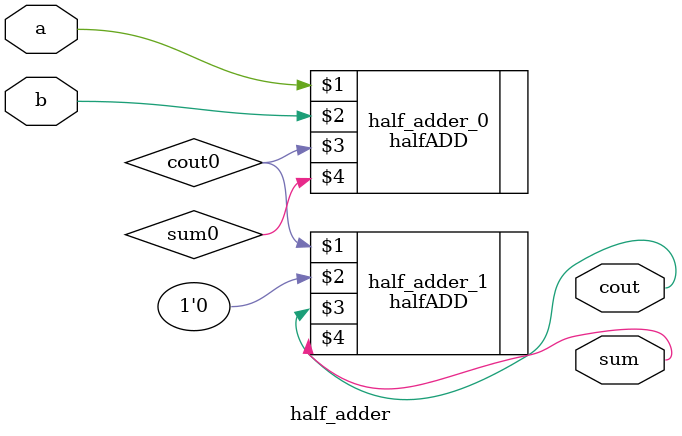
<source format=v>
module half_adder( 
input a, b,
output cout, sum );
wire cout0;
wire sum0;
halfADD half_adder_0(a, b, cout0, sum0);
halfADD half_adder_1(cout0, 1'b0, cout, sum);
endmodule

</source>
